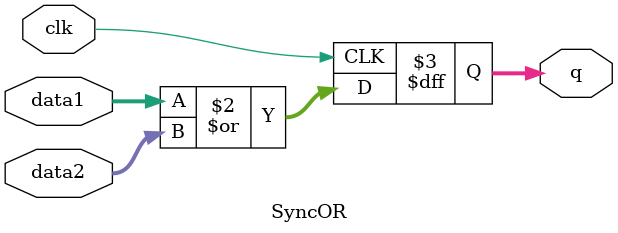
<source format=sv>
module SyncOR(
    input clk,
    input [7:0] data1, data2,
    output reg [7:0] q
);
    always @(posedge clk) begin
        q <= data1 | data2;  // 寄存器输出
    end
endmodule

</source>
